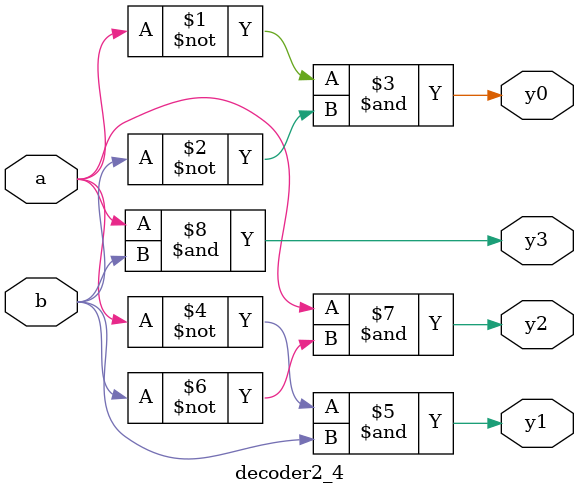
<source format=v>
module decoder2_4(a,b,y0,y1,y2,y3);
input a ,b ;
output y0,y1,y2,y3;
assign y0=(~a)&(~b);
assign y1=(~a)&(b);
assign y2=(a)&(~b);
assign y3=(a)&(b);
endmodule
</source>
